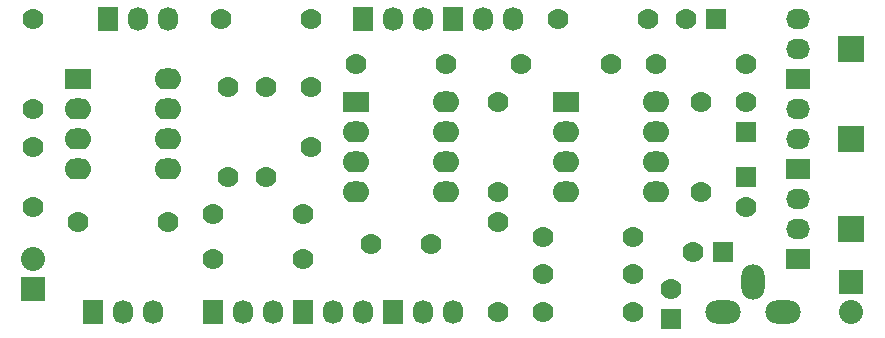
<source format=gts>
%FSLAX46Y46*%
G04 Gerber Fmt 4.6, Leading zero omitted, Abs format (unit mm)*
G04 Created by KiCad (PCBNEW (2014-09-19 BZR 5142)-product) date 11/10/2014 22:22:43*
%MOMM*%
G01*
G04 APERTURE LIST*
%ADD10C,0.100000*%
%ADD11C,1.778000*%
%ADD12R,1.778000X1.778000*%
%ADD13R,2.032000X2.032000*%
%ADD14O,2.032000X2.032000*%
%ADD15R,2.235200X2.235200*%
%ADD16R,1.727200X2.032000*%
%ADD17O,1.727200X2.032000*%
%ADD18R,2.032000X1.727200*%
%ADD19O,2.032000X1.727200*%
%ADD20R,2.286000X1.778000*%
%ADD21O,2.286000X1.778000*%
%ADD22O,1.998980X2.999740*%
%ADD23O,2.999740X1.998980*%
G04 APERTURE END LIST*
D10*
D11*
X144145000Y-93980000D03*
X144145000Y-99060000D03*
X200025000Y-102870000D03*
D12*
X202565000Y-102870000D03*
D11*
X198120000Y-106045000D03*
D12*
X198120000Y-108585000D03*
D11*
X167640000Y-88900000D03*
X167640000Y-93980000D03*
X172720000Y-102235000D03*
X177800000Y-102235000D03*
X199390000Y-83185000D03*
D12*
X201930000Y-83185000D03*
D11*
X204470000Y-90170000D03*
D12*
X204470000Y-92710000D03*
D11*
X204470000Y-99060000D03*
D12*
X204470000Y-96520000D03*
D13*
X144145000Y-106045000D03*
D14*
X144145000Y-103505000D03*
D13*
X213360000Y-105410000D03*
D14*
X213360000Y-107950000D03*
D15*
X213360000Y-85725000D03*
X213360000Y-93345000D03*
X213360000Y-100965000D03*
D11*
X147955000Y-100330000D03*
X155575000Y-100330000D03*
X144145000Y-90805000D03*
X144145000Y-83185000D03*
X159385000Y-103505000D03*
X167005000Y-103505000D03*
X163830000Y-88900000D03*
X163830000Y-96520000D03*
X160655000Y-96520000D03*
X160655000Y-88900000D03*
X159385000Y-99695000D03*
X167005000Y-99695000D03*
X160020000Y-83185000D03*
X167640000Y-83185000D03*
X171450000Y-86995000D03*
X179070000Y-86995000D03*
X187325000Y-107950000D03*
X194945000Y-107950000D03*
X200660000Y-97790000D03*
X200660000Y-90170000D03*
X194945000Y-101600000D03*
X187325000Y-101600000D03*
X193040000Y-86995000D03*
X185420000Y-86995000D03*
X183515000Y-107950000D03*
X183515000Y-100330000D03*
X183515000Y-97790000D03*
X183515000Y-90170000D03*
X196215000Y-83185000D03*
X188595000Y-83185000D03*
X204470000Y-86995000D03*
X196850000Y-86995000D03*
X194945000Y-104775000D03*
X187325000Y-104775000D03*
D16*
X150495000Y-83185000D03*
D17*
X153035000Y-83185000D03*
X155575000Y-83185000D03*
D16*
X149225000Y-107950000D03*
D17*
X151765000Y-107950000D03*
X154305000Y-107950000D03*
D16*
X172085000Y-83185000D03*
D17*
X174625000Y-83185000D03*
X177165000Y-83185000D03*
D16*
X179705000Y-83185000D03*
D17*
X182245000Y-83185000D03*
X184785000Y-83185000D03*
D18*
X208915000Y-88265000D03*
D19*
X208915000Y-85725000D03*
X208915000Y-83185000D03*
D18*
X208915000Y-95885000D03*
D19*
X208915000Y-93345000D03*
X208915000Y-90805000D03*
D18*
X208915000Y-103505000D03*
D19*
X208915000Y-100965000D03*
X208915000Y-98425000D03*
D16*
X159385000Y-107950000D03*
D17*
X161925000Y-107950000D03*
X164465000Y-107950000D03*
D16*
X167005000Y-107950000D03*
D17*
X169545000Y-107950000D03*
X172085000Y-107950000D03*
D16*
X174625000Y-107950000D03*
D17*
X177165000Y-107950000D03*
X179705000Y-107950000D03*
D20*
X147955000Y-88265000D03*
D21*
X147955000Y-90805000D03*
X147955000Y-93345000D03*
X147955000Y-95885000D03*
X155575000Y-95885000D03*
X155575000Y-93345000D03*
X155575000Y-90805000D03*
X155575000Y-88265000D03*
D20*
X171450000Y-90170000D03*
D21*
X171450000Y-92710000D03*
X171450000Y-95250000D03*
X171450000Y-97790000D03*
X179070000Y-97790000D03*
X179070000Y-95250000D03*
X179070000Y-92710000D03*
X179070000Y-90170000D03*
D20*
X189230000Y-90170000D03*
D21*
X189230000Y-92710000D03*
X189230000Y-95250000D03*
X189230000Y-97790000D03*
X196850000Y-97790000D03*
X196850000Y-95250000D03*
X196850000Y-92710000D03*
X196850000Y-90170000D03*
D22*
X205105000Y-105410000D03*
D23*
X202565000Y-107950000D03*
X207645000Y-107950000D03*
M02*

</source>
